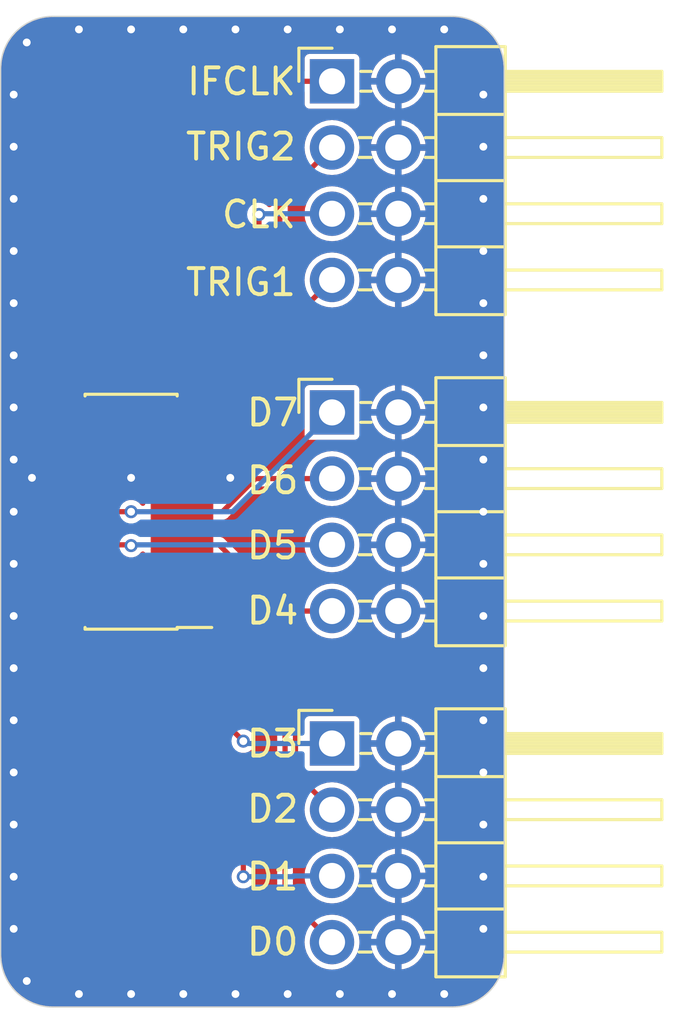
<source format=kicad_pcb>
(kicad_pcb (version 20221018) (generator pcbnew)
  (title_block (title "BitMagic Basic to 100mil header adapter") (rev "V1.0a") (company "1BitSquared") (comment 1 "(C) Piotr Esden-Tempski <piotr@esden.net>") (comment 2 "(C) 1BitSquared <info@1bitsquared.com>"))
  (layers (0 "F.Cu" signal) (31 "B.Cu" signal) (34 "B.Paste" user) (35 "F.Paste" user) (36 "B.SilkS" user "B.Silkscreen") (37 "F.SilkS" user "F.Silkscreen") (38 "B.Mask" user) (39 "F.Mask" user) (44 "Edge.Cuts" user))
  (net 0 "")
  (net 1 "/IFCLK")
  (net 2 "/TRIG2")
  (net 3 "/CLK")
  (net 4 "/TRIG1")
  (net 5 "GND")
  (net 6 "/D7")
  (net 7 "/D6")
  (net 8 "/D5")
  (net 9 "/D4")
  (net 10 "/D3")
  (net 11 "/D2")
  (net 12 "/D1")
  (net 13 "/D0")
  (footprint "Connector_PinHeader_2.54mm:PinHeader_2x04_P2.54mm_Horizontal" (layer "F.Cu") (at 52.7 68.89)
    (fp_text reference "J2")
    (fp_text value "Conn")
    (fp_line (start -1.27 -1.27) (end 0 -1.27) (stroke (width 0.12)) (layer "F.SilkS"))
    (fp_line (start -1.27 0) (end -1.27 -1.27) (stroke (width 0.12)) (layer "F.SilkS"))
    (fp_line (start 1.042929 2.16) (end 1.497071 2.16) (stroke (width 0.12)) (layer "F.SilkS"))
    (fp_line (start 1.042929 2.92) (end 1.497071 2.92) (stroke (width 0.12)) (layer "F.SilkS"))
    (fp_line (start 1.042929 4.7) (end 1.497071 4.7) (stroke (width 0.12)) (layer "F.SilkS"))
    (fp_line (start 1.042929 5.46) (end 1.497071 5.46) (stroke (width 0.12)) (layer "F.SilkS"))
    (fp_line (start 1.042929 7.24) (end 1.497071 7.24) (stroke (width 0.12)) (layer "F.SilkS"))
    (fp_line (start 1.042929 8) (end 1.497071 8) (stroke (width 0.12)) (layer "F.SilkS"))
    (fp_line (start 1.11 -0.38) (end 1.497071 -0.38) (stroke (width 0.12)) (layer "F.SilkS"))
    (fp_line (start 1.11 0.38) (end 1.497071 0.38) (stroke (width 0.12)) (layer "F.SilkS"))
    (fp_line (start 3.582929 -0.38) (end 3.98 -0.38) (stroke (width 0.12)) (layer "F.SilkS"))
    (fp_line (start 3.582929 0.38) (end 3.98 0.38) (stroke (width 0.12)) (layer "F.SilkS"))
    (fp_line (start 3.582929 2.16) (end 3.98 2.16) (stroke (width 0.12)) (layer "F.SilkS"))
    (fp_line (start 3.582929 2.92) (end 3.98 2.92) (stroke (width 0.12)) (layer "F.SilkS"))
    (fp_line (start 3.582929 4.7) (end 3.98 4.7) (stroke (width 0.12)) (layer "F.SilkS"))
    (fp_line (start 3.582929 5.46) (end 3.98 5.46) (stroke (width 0.12)) (layer "F.SilkS"))
    (fp_line (start 3.582929 7.24) (end 3.98 7.24) (stroke (width 0.12)) (layer "F.SilkS"))
    (fp_line (start 3.582929 8) (end 3.98 8) (stroke (width 0.12)) (layer "F.SilkS"))
    (fp_line (start 3.98 -1.33) (end 3.98 8.95) (stroke (width 0.12)) (layer "F.SilkS"))
    (fp_line (start 3.98 1.27) (end 6.64 1.27) (stroke (width 0.12)) (layer "F.SilkS"))
    (fp_line (start 3.98 3.81) (end 6.64 3.81) (stroke (width 0.12)) (layer "F.SilkS"))
    (fp_line (start 3.98 6.35) (end 6.64 6.35) (stroke (width 0.12)) (layer "F.SilkS"))
    (fp_line (start 3.98 8.95) (end 6.64 8.95) (stroke (width 0.12)) (layer "F.SilkS"))
    (fp_line (start 6.64 -1.33) (end 3.98 -1.33) (stroke (width 0.12)) (layer "F.SilkS"))
    (fp_line (start 6.64 -0.38) (end 12.64 -0.38) (stroke (width 0.12)) (layer "F.SilkS"))
    (fp_line (start 6.64 -0.32) (end 12.64 -0.32) (stroke (width 0.12)) (layer "F.SilkS"))
    (fp_line (start 6.64 -0.2) (end 12.64 -0.2) (stroke (width 0.12)) (layer "F.SilkS"))
    (fp_line (start 6.64 -0.08) (end 12.64 -0.08) (stroke (width 0.12)) (layer "F.SilkS"))
    (fp_line (start 6.64 0.04) (end 12.64 0.04) (stroke (width 0.12)) (layer "F.SilkS"))
    (fp_line (start 6.64 0.16) (end 12.64 0.16) (stroke (width 0.12)) (layer "F.SilkS"))
    (fp_line (start 6.64 0.28) (end 12.64 0.28) (stroke (width 0.12)) (layer "F.SilkS"))
    (fp_line (start 6.64 2.16) (end 12.64 2.16) (stroke (width 0.12)) (layer "F.SilkS"))
    (fp_line (start 6.64 4.7) (end 12.64 4.7) (stroke (width 0.12)) (layer "F.SilkS"))
    (fp_line (start 6.64 7.24) (end 12.64 7.24) (stroke (width 0.12)) (layer "F.SilkS"))
    (fp_line (start 6.64 8.95) (end 6.64 -1.33) (stroke (width 0.12)) (layer "F.SilkS"))
    (fp_line (start 12.64 -0.38) (end 12.64 0.38) (stroke (width 0.12)) (layer "F.SilkS"))
    (fp_line (start 12.64 0.38) (end 6.64 0.38) (stroke (width 0.12)) (layer "F.SilkS"))
    (fp_line (start 12.64 2.16) (end 12.64 2.92) (stroke (width 0.12)) (layer "F.SilkS"))
    (fp_line (start 12.64 2.92) (end 6.64 2.92) (stroke (width 0.12)) (layer "F.SilkS"))
    (fp_line (start 12.64 4.7) (end 12.64 5.46) (stroke (width 0.12)) (layer "F.SilkS"))
    (fp_line (start 12.64 5.46) (end 6.64 5.46) (stroke (width 0.12)) (layer "F.SilkS"))
    (fp_line (start 12.64 7.24) (end 12.64 8) (stroke (width 0.12)) (layer "F.SilkS"))
    (fp_line (start 12.64 8) (end 6.64 8) (stroke (width 0.12)) (layer "F.SilkS"))
    (pad "1" thru_hole rect (at 0 0) (size 1.7 1.7) (drill 1) (layers "*.Cu" "*.Mask") (net 10 "/D3"))
    (pad "2" thru_hole oval (at 2.54 0) (size 1.7 1.7) (drill 1) (layers "*.Cu" "*.Mask") (net 5 "GND"))
    (pad "3" thru_hole oval (at 0 2.54) (size 1.7 1.7) (drill 1) (layers "*.Cu" "*.Mask") (net 11 "/D2"))
    (pad "4" thru_hole oval (at 2.54 2.54) (size 1.7 1.7) (drill 1) (layers "*.Cu" "*.Mask") (net 5 "GND"))
    (pad "5" thru_hole oval (at 0 5.08) (size 1.7 1.7) (drill 1) (layers "*.Cu" "*.Mask") (net 12 "/D1"))
    (pad "6" thru_hole oval (at 2.54 5.08) (size 1.7 1.7) (drill 1) (layers "*.Cu" "*.Mask") (net 5 "GND"))
    (pad "7" thru_hole oval (at 0 7.62) (size 1.7 1.7) (drill 1) (layers "*.Cu" "*.Mask") (net 13 "/D0"))
    (pad "8" thru_hole oval (at 2.54 7.62) (size 1.7 1.7) (drill 1) (layers "*.Cu" "*.Mask") (net 5 "GND"))
  )
  (footprint "Connector_PinHeader_2.54mm:PinHeader_2x04_P2.54mm_Horizontal" (layer "F.Cu") (at 52.7 56.19)
    (fp_text reference "J3")
    (fp_text value "Conn")
    (fp_line (start -1.27 -1.27) (end 0 -1.27) (stroke (width 0.12)) (layer "F.SilkS"))
    (fp_line (start -1.27 0) (end -1.27 -1.27) (stroke (width 0.12)) (layer "F.SilkS"))
    (fp_line (start 1.042929 2.16) (end 1.497071 2.16) (stroke (width 0.12)) (layer "F.SilkS"))
    (fp_line (start 1.042929 2.92) (end 1.497071 2.92) (stroke (width 0.12)) (layer "F.SilkS"))
    (fp_line (start 1.042929 4.7) (end 1.497071 4.7) (stroke (width 0.12)) (layer "F.SilkS"))
    (fp_line (start 1.042929 5.46) (end 1.497071 5.46) (stroke (width 0.12)) (layer "F.SilkS"))
    (fp_line (start 1.042929 7.24) (end 1.497071 7.24) (stroke (width 0.12)) (layer "F.SilkS"))
    (fp_line (start 1.042929 8) (end 1.497071 8) (stroke (width 0.12)) (layer "F.SilkS"))
    (fp_line (start 1.11 -0.38) (end 1.497071 -0.38) (stroke (width 0.12)) (layer "F.SilkS"))
    (fp_line (start 1.11 0.38) (end 1.497071 0.38) (stroke (width 0.12)) (layer "F.SilkS"))
    (fp_line (start 3.582929 -0.38) (end 3.98 -0.38) (stroke (width 0.12)) (layer "F.SilkS"))
    (fp_line (start 3.582929 0.38) (end 3.98 0.38) (stroke (width 0.12)) (layer "F.SilkS"))
    (fp_line (start 3.582929 2.16) (end 3.98 2.16) (stroke (width 0.12)) (layer "F.SilkS"))
    (fp_line (start 3.582929 2.92) (end 3.98 2.92) (stroke (width 0.12)) (layer "F.SilkS"))
    (fp_line (start 3.582929 4.7) (end 3.98 4.7) (stroke (width 0.12)) (layer "F.SilkS"))
    (fp_line (start 3.582929 5.46) (end 3.98 5.46) (stroke (width 0.12)) (layer "F.SilkS"))
    (fp_line (start 3.582929 7.24) (end 3.98 7.24) (stroke (width 0.12)) (layer "F.SilkS"))
    (fp_line (start 3.582929 8) (end 3.98 8) (stroke (width 0.12)) (layer "F.SilkS"))
    (fp_line (start 3.98 -1.33) (end 3.98 8.95) (stroke (width 0.12)) (layer "F.SilkS"))
    (fp_line (start 3.98 1.27) (end 6.64 1.27) (stroke (width 0.12)) (layer "F.SilkS"))
    (fp_line (start 3.98 3.81) (end 6.64 3.81) (stroke (width 0.12)) (layer "F.SilkS"))
    (fp_line (start 3.98 6.35) (end 6.64 6.35) (stroke (width 0.12)) (layer "F.SilkS"))
    (fp_line (start 3.98 8.95) (end 6.64 8.95) (stroke (width 0.12)) (layer "F.SilkS"))
    (fp_line (start 6.64 -1.33) (end 3.98 -1.33) (stroke (width 0.12)) (layer "F.SilkS"))
    (fp_line (start 6.64 -0.38) (end 12.64 -0.38) (stroke (width 0.12)) (layer "F.SilkS"))
    (fp_line (start 6.64 -0.32) (end 12.64 -0.32) (stroke (width 0.12)) (layer "F.SilkS"))
    (fp_line (start 6.64 -0.2) (end 12.64 -0.2) (stroke (width 0.12)) (layer "F.SilkS"))
    (fp_line (start 6.64 -0.08) (end 12.64 -0.08) (stroke (width 0.12)) (layer "F.SilkS"))
    (fp_line (start 6.64 0.04) (end 12.64 0.04) (stroke (width 0.12)) (layer "F.SilkS"))
    (fp_line (start 6.64 0.16) (end 12.64 0.16) (stroke (width 0.12)) (layer "F.SilkS"))
    (fp_line (start 6.64 0.28) (end 12.64 0.28) (stroke (width 0.12)) (layer "F.SilkS"))
    (fp_line (start 6.64 2.16) (end 12.64 2.16) (stroke (width 0.12)) (layer "F.SilkS"))
    (fp_line (start 6.64 4.7) (end 12.64 4.7) (stroke (width 0.12)) (layer "F.SilkS"))
    (fp_line (start 6.64 7.24) (end 12.64 7.24) (stroke (width 0.12)) (layer "F.SilkS"))
    (fp_line (start 6.64 8.95) (end 6.64 -1.33) (stroke (width 0.12)) (layer "F.SilkS"))
    (fp_line (start 12.64 -0.38) (end 12.64 0.38) (stroke (width 0.12)) (layer "F.SilkS"))
    (fp_line (start 12.64 0.38) (end 6.64 0.38) (stroke (width 0.12)) (layer "F.SilkS"))
    (fp_line (start 12.64 2.16) (end 12.64 2.92) (stroke (width 0.12)) (layer "F.SilkS"))
    (fp_line (start 12.64 2.92) (end 6.64 2.92) (stroke (width 0.12)) (layer "F.SilkS"))
    (fp_line (start 12.64 4.7) (end 12.64 5.46) (stroke (width 0.12)) (layer "F.SilkS"))
    (fp_line (start 12.64 5.46) (end 6.64 5.46) (stroke (width 0.12)) (layer "F.SilkS"))
    (fp_line (start 12.64 7.24) (end 12.64 8) (stroke (width 0.12)) (layer "F.SilkS"))
    (fp_line (start 12.64 8) (end 6.64 8) (stroke (width 0.12)) (layer "F.SilkS"))
    (pad "1" thru_hole rect (at 0 0) (size 1.7 1.7) (drill 1) (layers "*.Cu" "*.Mask") (net 6 "/D7"))
    (pad "2" thru_hole oval (at 2.54 0) (size 1.7 1.7) (drill 1) (layers "*.Cu" "*.Mask") (net 5 "GND"))
    (pad "3" thru_hole oval (at 0 2.54) (size 1.7 1.7) (drill 1) (layers "*.Cu" "*.Mask") (net 7 "/D6"))
    (pad "4" thru_hole oval (at 2.54 2.54) (size 1.7 1.7) (drill 1) (layers "*.Cu" "*.Mask") (net 5 "GND"))
    (pad "5" thru_hole oval (at 0 5.08) (size 1.7 1.7) (drill 1) (layers "*.Cu" "*.Mask") (net 8 "/D5"))
    (pad "6" thru_hole oval (at 2.54 5.08) (size 1.7 1.7) (drill 1) (layers "*.Cu" "*.Mask") (net 5 "GND"))
    (pad "7" thru_hole oval (at 0 7.62) (size 1.7 1.7) (drill 1) (layers "*.Cu" "*.Mask") (net 9 "/D4"))
    (pad "8" thru_hole oval (at 2.54 7.62) (size 1.7 1.7) (drill 1) (layers "*.Cu" "*.Mask") (net 5 "GND"))
  )
  (footprint "Connector_PinHeader_1.27mm:PinHeader_2x07_P1.27mm_Vertical_SMD" (layer "F.Cu") (at 45 60 180)
    (fp_text reference "J1")
    (fp_text value "Conn")
    (fp_line (start -3.09 -4.44) (end -1.765 -4.44) (stroke (width 0.12)) (layer "F.SilkS"))
    (fp_line (start -1.765 -4.505) (end -1.765 -4.44) (stroke (width 0.12)) (layer "F.SilkS"))
    (fp_line (start -1.765 -4.505) (end 1.765 -4.505) (stroke (width 0.12)) (layer "F.SilkS"))
    (fp_line (start -1.765 4.44) (end -1.765 4.505) (stroke (width 0.12)) (layer "F.SilkS"))
    (fp_line (start -1.765 4.505) (end 1.765 4.505) (stroke (width 0.12)) (layer "F.SilkS"))
    (fp_line (start 1.765 -4.505) (end 1.765 -4.44) (stroke (width 0.12)) (layer "F.SilkS"))
    (fp_line (start 1.765 4.44) (end 1.765 4.505) (stroke (width 0.12)) (layer "F.SilkS"))
    (pad "1" smd rect (at -1.95 -3.81 180) (size 2.4 0.74) (layers "F.Cu" "F.Paste" "F.Mask") (net 13 "/D0"))
    (pad "2" smd rect (at 1.95 -3.81 180) (size 2.4 0.74) (layers "F.Cu" "F.Paste" "F.Mask") (net 12 "/D1"))
    (pad "3" smd rect (at -1.95 -2.54 180) (size 2.4 0.74) (layers "F.Cu" "F.Paste" "F.Mask") (net 11 "/D2"))
    (pad "4" smd rect (at 1.95 -2.54 180) (size 2.4 0.74) (layers "F.Cu" "F.Paste" "F.Mask") (net 10 "/D3"))
    (pad "5" smd rect (at -1.95 -1.27 180) (size 2.4 0.74) (layers "F.Cu" "F.Paste" "F.Mask") (net 9 "/D4"))
    (pad "6" smd rect (at 1.95 -1.27 180) (size 2.4 0.74) (layers "F.Cu" "F.Paste" "F.Mask") (net 8 "/D5"))
    (pad "7" smd rect (at -1.95 0 180) (size 2.4 0.74) (layers "F.Cu" "F.Paste" "F.Mask") (net 7 "/D6"))
    (pad "8" smd rect (at 1.95 0 180) (size 2.4 0.74) (layers "F.Cu" "F.Paste" "F.Mask") (net 6 "/D7"))
    (pad "9" smd rect (at -1.95 1.27 180) (size 2.4 0.74) (layers "F.Cu" "F.Paste" "F.Mask") (net 5 "GND"))
    (pad "10" smd rect (at 1.95 1.27 180) (size 2.4 0.74) (layers "F.Cu" "F.Paste" "F.Mask") (net 5 "GND"))
    (pad "11" smd rect (at -1.95 2.54 180) (size 2.4 0.74) (layers "F.Cu" "F.Paste" "F.Mask") (net 4 "/TRIG1"))
    (pad "12" smd rect (at 1.95 2.54 180) (size 2.4 0.74) (layers "F.Cu" "F.Paste" "F.Mask") (net 3 "/CLK"))
    (pad "13" smd rect (at -1.95 3.81 180) (size 2.4 0.74) (layers "F.Cu" "F.Paste" "F.Mask") (net 2 "/TRIG2"))
    (pad "14" smd rect (at 1.95 3.81 180) (size 2.4 0.74) (layers "F.Cu" "F.Paste" "F.Mask") (net 1 "/IFCLK"))
  )
  (footprint "Connector_PinHeader_2.54mm:PinHeader_2x04_P2.54mm_Horizontal" (layer "F.Cu") (at 52.7 43.49)
    (fp_text reference "J4")
    (fp_text value "Conn")
    (fp_line (start -1.27 -1.27) (end 0 -1.27) (stroke (width 0.12)) (layer "F.SilkS"))
    (fp_line (start -1.27 0) (end -1.27 -1.27) (stroke (width 0.12)) (layer "F.SilkS"))
    (fp_line (start 1.042929 2.16) (end 1.497071 2.16) (stroke (width 0.12)) (layer "F.SilkS"))
    (fp_line (start 1.042929 2.92) (end 1.497071 2.92) (stroke (width 0.12)) (layer "F.SilkS"))
    (fp_line (start 1.042929 4.7) (end 1.497071 4.7) (stroke (width 0.12)) (layer "F.SilkS"))
    (fp_line (start 1.042929 5.46) (end 1.497071 5.46) (stroke (width 0.12)) (layer "F.SilkS"))
    (fp_line (start 1.042929 7.24) (end 1.497071 7.24) (stroke (width 0.12)) (layer "F.SilkS"))
    (fp_line (start 1.042929 8) (end 1.497071 8) (stroke (width 0.12)) (layer "F.SilkS"))
    (fp_line (start 1.11 -0.38) (end 1.497071 -0.38) (stroke (width 0.12)) (layer "F.SilkS"))
    (fp_line (start 1.11 0.38) (end 1.497071 0.38) (stroke (width 0.12)) (layer "F.SilkS"))
    (fp_line (start 3.582929 -0.38) (end 3.98 -0.38) (stroke (width 0.12)) (layer "F.SilkS"))
    (fp_line (start 3.582929 0.38) (end 3.98 0.38) (stroke (width 0.12)) (layer "F.SilkS"))
    (fp_line (start 3.582929 2.16) (end 3.98 2.16) (stroke (width 0.12)) (layer "F.SilkS"))
    (fp_line (start 3.582929 2.92) (end 3.98 2.92) (stroke (width 0.12)) (layer "F.SilkS"))
    (fp_line (start 3.582929 4.7) (end 3.98 4.7) (stroke (width 0.12)) (layer "F.SilkS"))
    (fp_line (start 3.582929 5.46) (end 3.98 5.46) (stroke (width 0.12)) (layer "F.SilkS"))
    (fp_line (start 3.582929 7.24) (end 3.98 7.24) (stroke (width 0.12)) (layer "F.SilkS"))
    (fp_line (start 3.582929 8) (end 3.98 8) (stroke (width 0.12)) (layer "F.SilkS"))
    (fp_line (start 3.98 -1.33) (end 3.98 8.95) (stroke (width 0.12)) (layer "F.SilkS"))
    (fp_line (start 3.98 1.27) (end 6.64 1.27) (stroke (width 0.12)) (layer "F.SilkS"))
    (fp_line (start 3.98 3.81) (end 6.64 3.81) (stroke (width 0.12)) (layer "F.SilkS"))
    (fp_line (start 3.98 6.35) (end 6.64 6.35) (stroke (width 0.12)) (layer "F.SilkS"))
    (fp_line (start 3.98 8.95) (end 6.64 8.95) (stroke (width 0.12)) (layer "F.SilkS"))
    (fp_line (start 6.64 -1.33) (end 3.98 -1.33) (stroke (width 0.12)) (layer "F.SilkS"))
    (fp_line (start 6.64 -0.38) (end 12.64 -0.38) (stroke (width 0.12)) (layer "F.SilkS"))
    (fp_line (start 6.64 -0.32) (end 12.64 -0.32) (stroke (width 0.12)) (layer "F.SilkS"))
    (fp_line (start 6.64 -0.2) (end 12.64 -0.2) (stroke (width 0.12)) (layer "F.SilkS"))
    (fp_line (start 6.64 -0.08) (end 12.64 -0.08) (stroke (width 0.12)) (layer "F.SilkS"))
    (fp_line (start 6.64 0.04) (end 12.64 0.04) (stroke (width 0.12)) (layer "F.SilkS"))
    (fp_line (start 6.64 0.16) (end 12.64 0.16) (stroke (width 0.12)) (layer "F.SilkS"))
    (fp_line (start 6.64 0.28) (end 12.64 0.28) (stroke (width 0.12)) (layer "F.SilkS"))
    (fp_line (start 6.64 2.16) (end 12.64 2.16) (stroke (width 0.12)) (layer "F.SilkS"))
    (fp_line (start 6.64 4.7) (end 12.64 4.7) (stroke (width 0.12)) (layer "F.SilkS"))
    (fp_line (start 6.64 7.24) (end 12.64 7.24) (stroke (width 0.12)) (layer "F.SilkS"))
    (fp_line (start 6.64 8.95) (end 6.64 -1.33) (stroke (width 0.12)) (layer "F.SilkS"))
    (fp_line (start 12.64 -0.38) (end 12.64 0.38) (stroke (width 0.12)) (layer "F.SilkS"))
    (fp_line (start 12.64 0.38) (end 6.64 0.38) (stroke (width 0.12)) (layer "F.SilkS"))
    (fp_line (start 12.64 2.16) (end 12.64 2.92) (stroke (width 0.12)) (layer "F.SilkS"))
    (fp_line (start 12.64 2.92) (end 6.64 2.92) (stroke (width 0.12)) (layer "F.SilkS"))
    (fp_line (start 12.64 4.7) (end 12.64 5.46) (stroke (width 0.12)) (layer "F.SilkS"))
    (fp_line (start 12.64 5.46) (end 6.64 5.46) (stroke (width 0.12)) (layer "F.SilkS"))
    (fp_line (start 12.64 7.24) (end 12.64 8) (stroke (width 0.12)) (layer "F.SilkS"))
    (fp_line (start 12.64 8) (end 6.64 8) (stroke (width 0.12)) (layer "F.SilkS"))
    (pad "1" thru_hole rect (at 0 0) (size 1.7 1.7) (drill 1) (layers "*.Cu" "*.Mask") (net 1 "/IFCLK"))
    (pad "2" thru_hole oval (at 2.54 0) (size 1.7 1.7) (drill 1) (layers "*.Cu" "*.Mask") (net 5 "GND"))
    (pad "3" thru_hole oval (at 0 2.54) (size 1.7 1.7) (drill 1) (layers "*.Cu" "*.Mask") (net 2 "/TRIG2"))
    (pad "4" thru_hole oval (at 2.54 2.54) (size 1.7 1.7) (drill 1) (layers "*.Cu" "*.Mask") (net 5 "GND"))
    (pad "5" thru_hole oval (at 0 5.08) (size 1.7 1.7) (drill 1) (layers "*.Cu" "*.Mask") (net 3 "/CLK"))
    (pad "6" thru_hole oval (at 2.54 5.08) (size 1.7 1.7) (drill 1) (layers "*.Cu" "*.Mask") (net 5 "GND"))
    (pad "7" thru_hole oval (at 0 7.62) (size 1.7 1.7) (drill 1) (layers "*.Cu" "*.Mask") (net 4 "/TRIG1"))
    (pad "8" thru_hole oval (at 2.54 7.62) (size 1.7 1.7) (drill 1) (layers "*.Cu" "*.Mask") (net 5 "GND"))
  )
  (gr_line (start 57.3 79) (end 42 79) (stroke (width 0.05)) (layer "Edge.Cuts"))
  (gr_line (start 42 41) (end 57.3 41) (stroke (width 0.05)) (layer "Edge.Cuts"))
  (gr_arc (start 42 79) (mid 40.585786 78.414214) (end 40 77) (stroke (width 0.05)) (layer "Edge.Cuts"))
  (gr_line (start 59.3 43) (end 59.3 77) (stroke (width 0.05)) (layer "Edge.Cuts"))
  (gr_arc (start 40 43) (mid 40.585786 41.585786) (end 42 41) (stroke (width 0.05)) (layer "Edge.Cuts"))
  (gr_line (start 40 77) (end 40 43) (stroke (width 0.05)) (layer "Edge.Cuts"))
  (gr_arc (start 59.3 77) (mid 58.714214 78.414214) (end 57.3 79) (stroke (width 0.05)) (layer "Edge.Cuts"))
  (gr_arc (start 57.3 41) (mid 58.714214 41.585786) (end 59.3 43) (stroke (width 0.05)) (layer "Edge.Cuts"))
  (gr_text "D1" (at 51.5 74) (layer "F.SilkS") (effects (font (size 1 1)) (justify right)))
  (gr_text "D2" (at 51.5 71.4) (layer "F.SilkS") (effects (font (size 1 1)) (justify right)))
  (gr_text "D3" (at 51.5 68.9) (layer "F.SilkS") (effects (font (size 1 1)) (justify right)))
  (gr_text "D4" (at 51.5 63.8) (layer "F.SilkS") (effects (font (size 1 1)) (justify right)))
  (gr_text "D5" (at 51.5 61.3) (layer "F.SilkS") (effects (font (size 1 1)) (justify right)))
  (gr_text "D6" (at 51.5 58.8) (layer "F.SilkS") (effects (font (size 1 1)) (justify right)))
  (gr_text "D7" (at 51.5 56.2) (layer "F.SilkS") (effects (font (size 1 1)) (justify right)))
  (gr_text "TRIG1" (at 51.4 51.2) (layer "F.SilkS") (effects (font (size 1 1)) (justify right)))
  (gr_text "CLK" (at 51.4 48.6) (layer "F.SilkS") (effects (font (size 1 1)) (justify right)))
  (gr_text "TRIG2" (at 51.4 46) (layer "F.SilkS") (effects (font (size 1 1)) (justify right)))
  (gr_text "IFCLK" (at 51.4 43.5) (layer "F.SilkS") (effects (font (size 1 1)) (justify right)))
  (gr_text "D0" (at 51.5 76.5) (layer "F.SilkS") (effects (font (size 1 1)) (justify right)))
  (segment (start 52.7 43.49) (end 51.41 43.49) (width 0.2) (layer "F.Cu") (net 1))
  (segment (start 49.3 48.1) (end 49.3 49.94) (width 0.2) (layer "F.Cu") (net 1))
  (segment (start 51.41 43.49) (end 50.71 44.19) (width 0.2) (layer "F.Cu") (net 1))
  (segment (start 50.71 44.19) (end 50.71 46.69) (width 0.2) (layer "F.Cu") (net 1))
  (segment (start 50.71 46.69) (end 49.3 48.1) (width 0.2) (layer "F.Cu") (net 1))
  (segment (start 49.3 49.94) (end 43.05 56.19) (width 0.2) (layer "F.Cu") (net 1))
  (segment (start 50.7 48.03) (end 52.7 46.03) (width 0.2) (layer "F.Cu") (net 2))
  (segment (start 48.51 56.19) (end 50.7 54) (width 0.2) (layer "F.Cu") (net 2))
  (segment (start 46.95 56.19) (end 48.51 56.19) (width 0.2) (layer "F.Cu") (net 2))
  (segment (start 50.7 54) (end 50.7 48.03) (width 0.2) (layer "F.Cu") (net 2))
  (segment (start 45 55.7) (end 49.9 50.8) (width 0.2) (layer "F.Cu") (net 3))
  (segment (start 49.9 50.8) (end 49.9 48.6) (width 0.2) (layer "F.Cu") (net 3))
  (segment (start 43.05 57.46) (end 43.890002 57.46) (width 0.2) (layer "F.Cu") (net 3))
  (segment (start 45 56.350002) (end 45 55.7) (width 0.2) (layer "F.Cu") (net 3))
  (segment (start 43.890002 57.46) (end 45 56.350002) (width 0.2) (layer "F.Cu") (net 3))
  (via (at 49.9 48.6) (size 0.5) (drill 0.3) (layers "F.Cu" "B.Cu") (net 3))
  (segment (start 49.9 48.6) (end 49.93 48.57) (width 0.2) (layer "B.Cu") (net 3))
  (segment (start 49.93 48.57) (end 52.7 48.57) (width 0.2) (layer "B.Cu") (net 3))
  (segment (start 51.2 54.8) (end 51.2 52.61) (width 0.2) (layer "F.Cu") (net 4))
  (segment (start 46.95 57.46) (end 48.54 57.46) (width 0.2) (layer "F.Cu") (net 4))
  (segment (start 48.54 57.46) (end 51.2 54.8) (width 0.2) (layer "F.Cu") (net 4))
  (segment (start 51.2 52.61) (end 52.7 51.11) (width 0.2) (layer "F.Cu") (net 4))
  (via (at 40.5 62) (size 0.5) (drill 0.3) (layers "F.Cu" "B.Cu") (net 5))
  (via (at 40.5 64) (size 0.5) (drill 0.3) (layers "F.Cu" "B.Cu") (net 5))
  (via (at 40.5 66) (size 0.5) (drill 0.3) (layers "F.Cu" "B.Cu") (net 5))
  (via (at 40.5 68) (size 0.5) (drill 0.3) (layers "F.Cu" "B.Cu") (net 5))
  (via (at 40.5 70) (size 0.5) (drill 0.3) (layers "F.Cu" "B.Cu") (net 5))
  (via (at 40.5 72) (size 0.5) (drill 0.3) (layers "F.Cu" "B.Cu") (net 5))
  (via (at 40.5 74) (size 0.5) (drill 0.3) (layers "F.Cu" "B.Cu") (net 5))
  (via (at 40.5 76) (size 0.5) (drill 0.3) (layers "F.Cu" "B.Cu") (net 5))
  (via (at 41 78) (size 0.5) (drill 0.3) (layers "F.Cu" "B.Cu") (net 5))
  (via (at 43 78.5) (size 0.5) (drill 0.3) (layers "F.Cu" "B.Cu") (net 5))
  (via (at 45 78.5) (size 0.5) (drill 0.3) (layers "F.Cu" "B.Cu") (net 5))
  (via (at 47 78.5) (size 0.5) (drill 0.3) (layers "F.Cu" "B.Cu") (net 5))
  (via (at 49 78.5) (size 0.5) (drill 0.3) (layers "F.Cu" "B.Cu") (net 5))
  (via (at 51 78.5) (size 0.5) (drill 0.3) (layers "F.Cu" "B.Cu") (net 5))
  (via (at 53 78.5) (size 0.5) (drill 0.3) (layers "F.Cu" "B.Cu") (net 5))
  (via (at 55 78.5) (size 0.5) (drill 0.3) (layers "F.Cu" "B.Cu") (net 5))
  (via (at 57 78.5) (size 0.5) (drill 0.3) (layers "F.Cu" "B.Cu") (net 5))
  (via (at 58.5 76) (size 0.5) (drill 0.3) (layers "F.Cu" "B.Cu") (net 5))
  (via (at 58.5 74) (size 0.5) (drill 0.3) (layers "F.Cu" "B.Cu") (net 5))
  (via (at 58.5 72) (size 0.5) (drill 0.3) (layers "F.Cu" "B.Cu") (net 5))
  (via (at 58.5 70) (size 0.5) (drill 0.3) (layers "F.Cu" "B.Cu") (net 5))
  (via (at 58.5 68) (size 0.5) (drill 0.3) (layers "F.Cu" "B.Cu") (net 5))
  (via (at 58.5 66) (size 0.5) (drill 0.3) (layers "F.Cu" "B.Cu") (net 5))
  (via (at 58.5 64) (size 0.5) (drill 0.3) (layers "F.Cu" "B.Cu") (net 5))
  (via (at 58.5 62) (size 0.5) (drill 0.3) (layers "F.Cu" "B.Cu") (net 5))
  (via (at 58.5 60) (size 0.5) (drill 0.3) (layers "F.Cu" "B.Cu") (net 5))
  (via (at 58.5 58) (size 0.5) (drill 0.3) (layers "F.Cu" "B.Cu") (net 5))
  (via (at 58.5 56) (size 0.5) (drill 0.3) (layers "F.Cu" "B.Cu") (net 5))
  (via (at 58.5 54) (size 0.5) (drill 0.3) (layers "F.Cu" "B.Cu") (net 5))
  (via (at 58.5 52) (size 0.5) (drill 0.3) (layers "F.Cu" "B.Cu") (net 5))
  (via (at 58.5 50) (size 0.5) (drill 0.3) (layers "F.Cu" "B.Cu") (net 5))
  (via (at 58.5 48) (size 0.5) (drill 0.3) (layers "F.Cu" "B.Cu") (net 5))
  (via (at 58.5 46) (size 0.5) (drill 0.3) (layers "F.Cu" "B.Cu") (net 5))
  (via (at 58.5 44) (size 0.5) (drill 0.3) (layers "F.Cu" "B.Cu") (net 5))
  (via (at 40.5 50) (size 0.5) (drill 0.3) (layers "F.Cu" "B.Cu") (net 5))
  (via (at 40.5 48) (size 0.5) (drill 0.3) (layers "F.Cu" "B.Cu") (net 5))
  (via (at 40.5 46) (size 0.5) (drill 0.3) (layers "F.Cu" "B.Cu") (net 5))
  (via (at 40.5 44) (size 0.5) (drill 0.3) (layers "F.Cu" "B.Cu") (net 5))
  (via (at 41 42) (size 0.5) (drill 0.3) (layers "F.Cu" "B.Cu") (net 5))
  (via (at 43 41.5) (size 0.5) (drill 0.3) (layers "F.Cu" "B.Cu") (net 5))
  (via (at 45 41.5) (size 0.5) (drill 0.3) (layers "F.Cu" "B.Cu") (net 5))
  (via (at 47 41.5) (size 0.5) (drill 0.3) (layers "F.Cu" "B.Cu") (net 5))
  (via (at 49 41.5) (size 0.5) (drill 0.3) (layers "F.Cu" "B.Cu") (net 5))
  (via (at 51 41.5) (size 0.5) (drill 0.3) (layers "F.Cu" "B.Cu") (net 5))
  (via (at 53 41.5) (size 0.5) (drill 0.3) (layers "F.Cu" "B.Cu") (net 5))
  (via (at 55 41.5) (size 0.5) (drill 0.3) (layers "F.Cu" "B.Cu") (net 5))
  (via (at 57 41.5) (size 0.5) (drill 0.3) (layers "F.Cu" "B.Cu") (net 5))
  (via (at 41.2 58.7) (size 0.5) (drill 0.3) (layers "F.Cu" "B.Cu") (net 5))
  (via (at 45 58.7) (size 0.5) (drill 0.3) (layers "F.Cu" "B.Cu") (net 5))
  (via (at 40.5 60) (size 0.5) (drill 0.3) (layers "F.Cu" "B.Cu") (net 5))
  (via (at 48.8 58.7) (size 0.5) (drill 0.3) (layers "F.Cu" "B.Cu") (net 5))
  (via (at 40.5 52) (size 0.5) (drill 0.3) (layers "F.Cu" "B.Cu") (net 5))
  (via (at 40.5 58) (size 0.5) (drill 0.3) (layers "F.Cu" "B.Cu") (net 5))
  (via (at 40.5 54) (size 0.5) (drill 0.3) (layers "F.Cu" "B.Cu") (net 5))
  (via (at 40.5 56) (size 0.5) (drill 0.3) (layers "F.Cu" "B.Cu") (net 5))
  (segment (start 43.05 60) (end 45 60) (width 0.2) (layer "F.Cu") (net 6))
  (via (at 45 60) (size 0.5) (drill 0.3) (layers "F.Cu" "B.Cu") (net 6))
  (segment (start 45 60) (end 48.89 60) (width 0.2) (layer "B.Cu") (net 6))
  (segment (start 48.89 60) (end 52.7 56.19) (width 0.2) (layer "B.Cu") (net 6))
  (segment (start 46.95 60) (end 48.5 60) (width 0.2) (layer "F.Cu") (net 7))
  (segment (start 49.77 58.73) (end 52.7 58.73) (width 0.2) (layer "F.Cu") (net 7))
  (segment (start 48.5 60) (end 49.77 58.73) (width 0.2) (layer "F.Cu") (net 7))
  (segment (start 44.97 61.27) (end 45 61.3) (width 0.2) (layer "F.Cu") (net 8))
  (segment (start 43.05 61.27) (end 44.97 61.27) (width 0.2) (layer "F.Cu") (net 8))
  (via (at 45 61.3) (size 0.5) (drill 0.3) (layers "F.Cu" "B.Cu") (net 8))
  (segment (start 45 61.3) (end 45.03 61.27) (width 0.2) (layer "B.Cu") (net 8))
  (segment (start 45.03 61.27) (end 52.7 61.27) (width 0.2) (layer "B.Cu") (net 8))
  (segment (start 48.37 61.27) (end 50.91 63.81) (width 0.2) (layer "F.Cu") (net 9))
  (segment (start 50.91 63.81) (end 52.7 63.81) (width 0.2) (layer "F.Cu") (net 9))
  (segment (start 46.95 61.27) (end 48.37 61.27) (width 0.2) (layer "F.Cu") (net 9))
  (segment (start 43.890002 62.54) (end 45 63.649998) (width 0.2) (layer "F.Cu") (net 10))
  (segment (start 45 64.499999) (end 49.3 68.799999) (width 0.2) (layer "F.Cu") (net 10))
  (segment (start 43.05 62.54) (end 43.890002 62.54) (width 0.2) (layer "F.Cu") (net 10))
  (segment (start 45 63.649998) (end 45 64.499999) (width 0.2) (layer "F.Cu") (net 10))
  (via (at 49.3 68.799999) (size 0.5) (drill 0.3) (layers "F.Cu" "B.Cu") (net 10))
  (segment (start 49.390001 68.89) (end 49.3 68.799999) (width 0.2) (layer "B.Cu") (net 10))
  (segment (start 52.7 68.89) (end 49.390001 68.89) (width 0.2) (layer "B.Cu") (net 10))
  (segment (start 51.300011 70.030011) (end 52.7 71.43) (width 0.2) (layer "F.Cu") (net 11))
  (segment (start 47.8057 62.54) (end 51.300011 66.034311) (width 0.2) (layer "F.Cu") (net 11))
  (segment (start 46.95 62.54) (end 47.8057 62.54) (width 0.2) (layer "F.Cu") (net 11))
  (segment (start 51.300011 66.034311) (end 51.300011 70.030011) (width 0.2) (layer "F.Cu") (net 11))
  (segment (start 49.3 70.06) (end 49.3 74) (width 0.2) (layer "F.Cu") (net 12))
  (segment (start 43.05 63.81) (end 49.3 70.06) (width 0.2) (layer "F.Cu") (net 12))
  (via (at 49.3 74) (size 0.5) (drill 0.3) (layers "F.Cu" "B.Cu") (net 12))
  (segment (start 51.23 73.97) (end 51.2 74) (width 0.2) (layer "B.Cu") (net 12))
  (segment (start 51.2 74) (end 49.3 74) (width 0.2) (layer "B.Cu") (net 12))
  (segment (start 52.7 73.97) (end 51.23 73.97) (width 0.2) (layer "B.Cu") (net 12))
  (segment (start 46.95 63.81) (end 48.51 63.81) (width 0.2) (layer "F.Cu") (net 13))
  (segment (start 50.9 66.2) (end 50.9 74.71) (width 0.2) (layer "F.Cu") (net 13))
  (segment (start 50.9 74.71) (end 52.7 76.51) (width 0.2) (layer "F.Cu") (net 13))
  (segment (start 48.51 63.81) (end 50.9 66.2) (width 0.2) (layer "F.Cu") (net 13))
  (zone (net 5) (net_name "GND") (layer "F.Cu") (connect_pads (clearance 0.2)) (min_thickness 0.2) (fill yes (thermal_gap 0.2) (thermal_bridge_width 0.25))
    (polygon (pts (xy 40 41) (xy 59.3 41) (xy 59.3 79) (xy 40 79)))
  )
  (zone (net 5) (net_name "GND") (layer "B.Cu") (connect_pads (clearance 0.2)) (min_thickness 0.2) (fill yes (thermal_gap 0.2) (thermal_bridge_width 0.25))
    (polygon (pts (xy 40 41) (xy 59.3 41) (xy 59.3 79) (xy 40 79)))
  )
)
</source>
